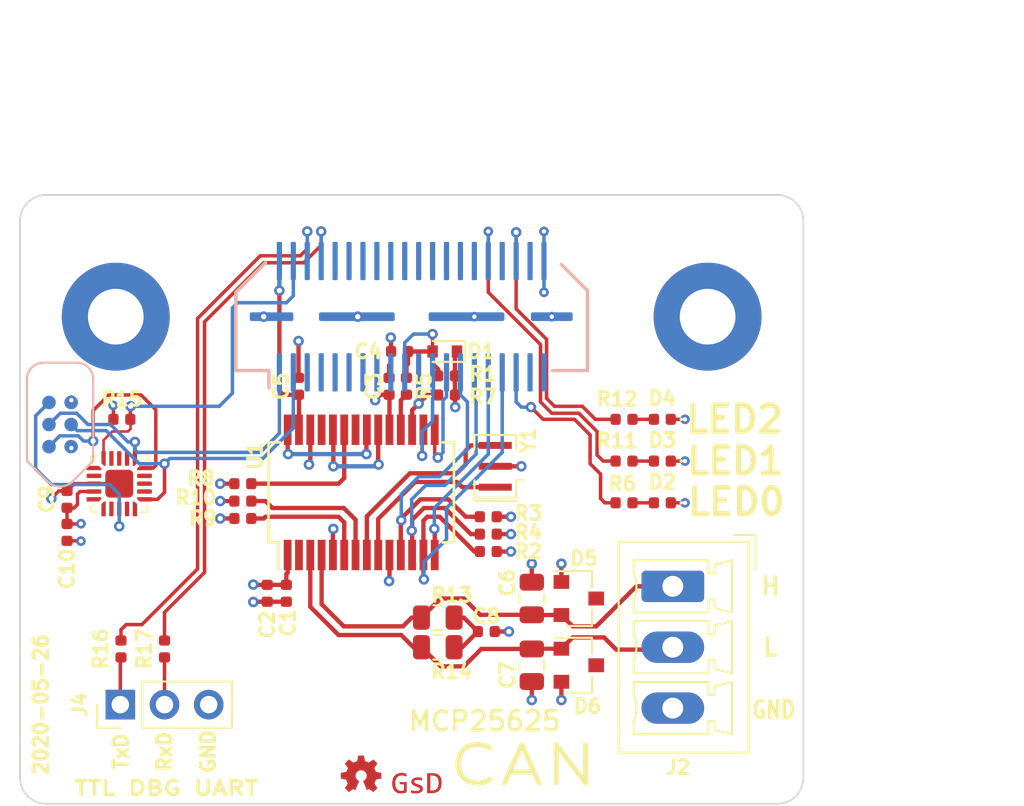
<source format=kicad_pcb>
(kicad_pcb (version 20221018) (generator pcbnew)
  (title_block (title "CAN Breakout") (date "2020-05-26") (rev "r1.0") (comment 1 "SYZYGY Pod"))
  (layers (0 "F.Cu" signal) (1 "In1.Cu" power) (2 "In2.Cu" signal) (31 "B.Cu" signal) (34 "B.Paste" user) (35 "F.Paste" user) (36 "B.SilkS" user "B.Silkscreen") (37 "F.SilkS" user "F.Silkscreen") (38 "B.Mask" user) (39 "F.Mask" user) (44 "Edge.Cuts" user))
  (net 0 "")
  (net 1 "GND")
  (net 2 "+3V3")
  (net 3 "/Peripheral MCU/MISO")
  (net 4 "/Peripheral MCU/~{RESET}")
  (net 5 "/SCL")
  (net 6 "/SDA")
  (net 7 "/RGA")
  (net 8 "Net-(D1-Pad2)")
  (net 9 "Net-(D2-Pad2)")
  (net 10 "Net-(D3-Pad2)")
  (net 11 "/LED0")
  (net 12 "/LED1")
  (net 13 "/LED2")
  (net 14 "/~{RESET}")
  (net 15 "+5V")
  (net 16 "Net-(C6-Pad1)")
  (net 17 "Net-(C7-Pad2)")
  (net 18 "Net-(C8-Pad1)")
  (net 19 "/SCK")
  (net 20 "/MOSI")
  (net 21 "/MISO")
  (net 22 "/CS")
  (net 23 "/Rx0BF")
  (net 24 "/Rx1BF")
  (net 25 "/~{INT}")
  (net 26 "Net-(R6-Pad1)")
  (net 27 "Net-(R8-Pad1)")
  (net 28 "Net-(R9-Pad1)")
  (net 29 "Net-(R10-Pad1)")
  (net 30 "Net-(U2-Pad21)")
  (net 31 "Net-(U2-Pad20)")
  (net 32 "Net-(U2-Pad9)")
  (net 33 "Net-(U2-Pad8)")
  (net 34 "/TxD")
  (net 35 "/RxD")
  (net 36 "Net-(J4-Pad2)")
  (net 37 "Net-(J4-Pad1)")
  (footprint "Package_DFN_QFN:QFN-20-1EP_3x3mm_P0.45mm_EP1.6x1.6mm" (layer "F.Cu") (at 113.2 97.8 -90)
    (fp_text reference "U2" hide)
    (fp_text value "ATtiny44A-MMH" hide)
  )
  (footprint "Resistor_SMD:R_0402_1005Metric" (layer "F.Cu") (at 113.35 94.1)
    (fp_text reference "R15")
    (fp_text value "10K")
  )
  (footprint "Capacitor_SMD:C_0402_1005Metric" (layer "F.Cu") (at 110.2 98.7 90)
    (fp_text reference "C9")
    (fp_text value "0.1uF")
  )
  (footprint "Capacitor_SMD:C_0402_1005Metric" (layer "F.Cu") (at 110.2 100.6 -90)
    (fp_text reference "C10")
    (fp_text value "1uF")
  )
  (footprint "Resistor_SMD:R_0402_1005Metric" (layer "F.Cu") (at 142.2 98.9)
    (fp_text reference "R6")
    (fp_text value "1k")
  )
  (footprint "Capacitor_SMD:C_0402_1005Metric" (layer "F.Cu") (at 134.285 106.3)
    (fp_text reference "C8")
    (fp_text value "4.7nF")
  )
  (footprint "LED_SMD:LED_0402_1005Metric" (layer "F.Cu") (at 144.4 96.5 180)
    (fp_text reference "D3")
    (fp_text value "LED_ALT")
  )
  (footprint "Resistor_SMD:R_0402_1005Metric" (layer "F.Cu") (at 120.3 99.8 180)
    (fp_text reference "R9")
    (fp_text value "100k")
  )
  (footprint "Resistor_SMD:R_0402_1005Metric" (layer "F.Cu") (at 120.3 98.8 180)
    (fp_text reference "R10")
    (fp_text value "100k")
  )
  (footprint "Resistor_SMD:R_0402_1005Metric" (layer "F.Cu") (at 134.4 101.7)
    (fp_text reference "R2")
    (fp_text value "100k")
  )
  (footprint "Package_TO_SOT_SMD:SOT-23" (layer "F.Cu") (at 139.6 108.2375)
    (fp_text reference "D6")
    (fp_text value "D_Zener_x2_KCom_AAK")
  )
  (footprint "Connector_Phoenix_MC:PhoenixContact_MCV_1,5_3-G-3.5_1x03_P3.50mm_Vertical" (layer "F.Cu") (at 145 103.7 -90)
    (fp_text reference "J2")
    (fp_text value "Conn_01x03_Male")
  )
  (footprint "Resistor_SMD:R_0402_1005Metric" (layer "F.Cu") (at 142.2 96.5)
    (fp_text reference "R11")
    (fp_text value "1k")
  )
  (footprint "Resistor_SMD:R_0805_2012Metric" (layer "F.Cu") (at 131.5 105.5)
    (fp_text reference "R13")
    (fp_text value "60.4R")
  )
  (footprint "Capacitor_SMD:C_0402_1005Metric" (layer "F.Cu") (at 121.7 104.1 -90)
    (fp_text reference "C2")
    (fp_text value "0.1uF")
  )
  (footprint "Capacitor_SMD:C_0402_1005Metric" (layer "F.Cu") (at 128.7 92.2 90)
    (fp_text reference "C3")
    (fp_text value "0.1uF")
  )
  (footprint "Resistor_SMD:R_0402_1005Metric" (layer "F.Cu") (at 134.4 99.7)
    (fp_text reference "R3")
    (fp_text value "100k")
  )
  (footprint "Capacitor_SMD:C_0805_2012Metric" (layer "F.Cu") (at 136.9 108.2375 90)
    (fp_text reference "C7")
    (fp_text value "47pF")
  )
  (footprint "Capacitor_SMD:C_0805_2012Metric" (layer "F.Cu") (at 136.9 104.4 90)
    (fp_text reference "C6")
    (fp_text value "47pF")
  )
  (footprint "Resistor_SMD:R_0402_1005Metric" (layer "F.Cu") (at 120.3 97.8 180)
    (fp_text reference "R8")
    (fp_text value "100k")
  )
  (footprint "gkl_logos:gsd_logo_small" (layer "F.Cu") (at 130.3 115.1)
    (fp_text reference "G***" hide)
    (fp_text value "LOGO" hide)
  )
  (footprint "LED_SMD:LED_0402_1005Metric" (layer "F.Cu") (at 144.4 98.9 180)
    (fp_text reference "D2")
    (fp_text value "LED_ALT")
  )
  (footprint "Resistor_SMD:R_0402_1005Metric" (layer "F.Cu") (at 115.8 107.3 90)
    (fp_text reference "R17")
    (fp_text value "1k")
  )
  (footprint "Capacitor_SMD:C_0402_1005Metric" (layer "F.Cu") (at 123.5 92.2 90)
    (fp_text reference "C5")
    (fp_text value "0.1uF")
  )
  (footprint "Resistor_SMD:R_0402_1005Metric" (layer "F.Cu") (at 132 92.7)
    (fp_text reference "R7")
    (fp_text value "100k")
  )
  (footprint "Resistor_SMD:R_0402_1005Metric" (layer "F.Cu") (at 132 91.6)
    (fp_text reference "R1")
    (fp_text value "10k")
  )
  (footprint "Connector_PinHeader_2.54mm:PinHeader_1x03_P2.54mm_Vertical" (layer "F.Cu") (at 113.26 110.5 90)
    (fp_text reference "J4")
    (fp_text value "Conn_01x03_Male")
  )
  (footprint "Crystal:Resonator_SMD_muRata_CSTxExxV-3Pin_3.0x1.1mm" (layer "F.Cu") (at 134.8 96.8 90)
    (fp_text reference "Y1")
    (fp_text value "CSTCE20M0V13L99-R0")
  )
  (footprint "Resistor_SMD:R_0805_2012Metric" (layer "F.Cu") (at 131.5 107.2 180)
    (fp_text reference "R14")
    (fp_text value "60.4R")
  )
  (footprint "Resistor_SMD:R_0402_1005Metric" (layer "F.Cu") (at 129.7 92.2 90)
    (fp_text reference "R5")
    (fp_text value "1k")
  )
  (footprint "Resistor_SMD:R_0402_1005Metric" (layer "F.Cu") (at 134.4 100.7)
    (fp_text reference "R4")
    (fp_text value "100k")
  )
  (footprint "Diode_SMD:D_SOD-523" (layer "F.Cu") (at 131.9 90.2 180)
    (fp_text reference "D1")
    (fp_text value "D_Schottky_ALT")
  )
  (footprint "Capacitor_SMD:C_0402_1005Metric" (layer "F.Cu") (at 129.3 90.2 180)
    (fp_text reference "C4")
    (fp_text value "0.01uF")
  )
  (footprint "LED_SMD:LED_0402_1005Metric" (layer "F.Cu") (at 144.4 94.1 180)
    (fp_text reference "D4")
    (fp_text value "LED_ALT")
  )
  (footprint "Resistor_SMD:R_0402_1005Metric" (layer "F.Cu") (at 113.3 107.3 90)
    (fp_text reference "R16")
    (fp_text value "1k")
  )
  (footprint "Resistor_SMD:R_0402_1005Metric" (layer "F.Cu") (at 142.2 94.1)
    (fp_text reference "R12")
    (fp_text value "1k")
  )
  (footprint "Capacitor_SMD:C_0402_1005Metric" (layer "F.Cu") (at 122.8 104.1 -90)
    (fp_text reference "C1")
    (fp_text value "1uF")
  )
  (footprint "Package_SO:SSOP-28_5.3x10.2mm_P0.65mm" (layer "F.Cu") (at 127.1 98.3 90)
    (fp_text reference "U1")
    (fp_text value "MCP25625-x-SS")
  )
  (footprint "Package_TO_SOT_SMD:SOT-23" (layer "F.Cu") (at 139.6 104.4)
    (fp_text reference "D5")
    (fp_text value "D_Zener_x2_KCom_AAK")
  )
  (footprint "gkl_logos:oshw_small" (layer "F.Cu") (at 127.1 114.5)
    (fp_text reference "G***" hide)
    (fp_text value "LOGO" hide)
  )
  (footprint "gkl_conn:SYZYGY_standard_pod" (layer "B.Cu") (at 130 88.2 180)
    (fp_text reference "J1" hide)
    (fp_text value "SYZYGY-STD" hide)
  )
  (footprint "pkl_tag_connect:TC2030-NL_SMALL" (layer "B.Cu") (at 109.8 94.4 90)
    (fp_text reference "J3")
    (fp_text value "TagConnect")
  )
  (gr_line (start 151 116.2) (end 109 116.2) (stroke (width 0.1)) (layer "Edge.Cuts"))
  (gr_line (start 109 81.2) (end 151 81.2) (stroke (width 0.1)) (layer "Edge.Cuts"))
  (gr_line (start 107.5 114.7) (end 107.5 82.7) (stroke (width 0.1)) (layer "Edge.Cuts"))
  (gr_arc (start 107.5 82.7) (mid 107.93934 81.63934) (end 109 81.2) (stroke (width 0.1)) (layer "Edge.Cuts"))
  (gr_arc (start 109 116.2) (mid 107.93934 115.76066) (end 107.5 114.7) (stroke (width 0.1)) (layer "Edge.Cuts"))
  (gr_line (start 152.5 82.7) (end 152.5 114.7) (stroke (width 0.1)) (layer "Edge.Cuts"))
  (gr_arc (start 152.5 114.7) (mid 152.06066 115.76066) (end 151 116.2) (stroke (width 0.1)) (layer "Edge.Cuts"))
  (gr_arc (start 151 81.2) (mid 152.06066 81.63934) (end 152.5 82.7) (stroke (width 0.1)) (layer "Edge.Cuts"))
  (gr_text "L\n" (at 150.6 107.2) (layer "F.SilkS") (effects (font (size 1 1) (thickness 0.2))))
  (gr_text "GND" (at 150.8 110.8) (layer "F.SilkS") (effects (font (size 1 0.8) (thickness 0.2))))
  (gr_text "TTL DBG UART" (at 115.9 115.3) (layer "F.SilkS") (effects (font (size 0.8 1) (thickness 0.2))))
  (gr_text "LED1" (at 148.6 96.5) (layer "F.SilkS") (effects (font (size 1.5 1.5) (thickness 0.3))))
  (gr_text "TxD" (at 113.3 113.2 90) (layer "F.SilkS") (effects (font (size 0.8 0.8) (thickness 0.2))))
  (gr_text "GND" (at 118.3 113.2 90) (layer "F.SilkS") (effects (font (size 0.8 0.8) (thickness 0.2))))
  (gr_text "LED0" (at 148.65 98.85) (layer "F.SilkS") (effects (font (size 1.5 1.5) (thickness 0.3))))
  (gr_text "H" (at 150.6 103.7) (layer "F.SilkS") (effects (font (size 1 1) (thickness 0.2))))
  (gr_text "RxD\n" (at 115.8 113.2 90) (layer "F.SilkS") (effects (font (size 0.8 0.8) (thickness 0.2))))
  (gr_text "2020-05-26" (at 108.7 110.5 90) (layer "F.SilkS") (effects (font (size 0.8 0.8) (thickness 0.2))))
  (gr_text "CAN" (at 136.4 114) (layer "F.SilkS") (effects (font (size 2.2 2.959) (thickness 0.3))))
  (gr_text "LED2" (at 148.55 94.1) (layer "F.SilkS") (effects (font (size 1.5 1.5) (thickness 0.3))))
  (gr_text "MCP25625" (at 134.2 111.45) (layer "F.SilkS") (effects (font (size 1.1 1.1) (thickness 0.2))))
  (segment (start 125.475 101.9) (end 125.475 100.425) (width 0.25) (layer "F.Cu") (net 1))
  (segment (start 128.815 90.2) (end 128.815 89.415) (width 0.25) (layer "F.Cu") (net 1))
  (segment (start 136.9 109.175) (end 136.9 110.2375) (width 0.25) (layer "F.Cu") (net 1))
  (segment (start 138.6 103.45) (end 138.6 102.4) (width 0.25) (layer "F.Cu") (net 1))
  (segment (start 138.6 109.1875) (end 138.6 110.2375) (width 0.25) (layer "F.Cu") (net 1))
  (segment (start 110.2 101.085) (end 110.985 101.085) (width 0.2) (layer "F.Cu") (net 1))
  (segment (start 134.8 96.8) (end 136.3 96.8) (width 0.25) (layer "F.Cu") (net 1))
  (segment (start 144.885 98.9) (end 145.7 98.9) (width 0.2) (layer "F.Cu") (net 1))
  (segment (start 111.75 97.8) (end 110.615 97.8) (width 0.2) (layer "F.Cu") (net 1))
  (segment (start 144.885 96.5) (end 145.7 96.5) (width 0.2) (layer "F.Cu") (net 1))
  (segment (start 110.985 101.085) (end 111 101.1) (width 0.2) (layer "F.Cu") (net 1))
  (segment (start 121.7 104.585) (end 120.915 104.585) (width 0.25) (layer "F.Cu") (net 1))
  (segment (start 120.915 104.585) (end 120.9 104.6) (width 0.25) (layer "F.Cu") (net 1))
  (segment (start 124.175 96.625) (end 124.1 96.7) (width 0.25) (layer "F.Cu") (net 1))
  (segment (start 128.7 91) (end 128.815 90.885) (width 0.25) (layer "F.Cu") (net 1))
  (segment (start 109.735 98.215) (end 109.3 98.65) (width 0.2) (layer "F.Cu") (net 1))
  (segment (start 124.175 94.7) (end 124.175 96.625) (width 0.25) (layer "F.Cu") (net 1))
  (segment (start 128.815 89.415) (end 128.8 89.4) (width 0.25) (layer "F.Cu") (net 1))
  (segment (start 125.475 100.425) (end 125.5 100.4) (width 0.25) (layer "F.Cu") (net 1))
  (segment (start 123.5 91.715) (end 123.5 89.6) (width 0.25) (layer "F.Cu") (net 1))
  (segment (start 122.8 104.585) (end 121.7 104.585) (width 0.25) (layer "F.Cu") (net 1))
  (segment (start 144.885 94.1) (end 145.7 94.1) (width 0.2) (layer "F.Cu") (net 1))
  (segment (start 110.2 98.215) (end 109.735 98.215) (width 0.2) (layer "F.Cu") (net 1))
  (segment (start 110.615 97.8) (end 110.2 98.215) (width 0.2) (layer "F.Cu") (net 1))
  (segment (start 134.77 106.3) (end 135.585 106.3) (width 0.25) (layer "F.Cu") (net 1))
  (segment (start 128.725 101.9) (end 128.725 103.375) (width 0.25) (layer "F.Cu") (net 1))
  (segment (start 128.815 90.885) (end 128.815 90.2) (width 0.25) (layer "F.Cu") (net 1))
  (segment (start 128.7 91.715) (end 128.7 91) (width 0.25) (layer "F.Cu") (net 1))
  (segment (start 136.9 103.4625) (end 136.9 102.4) (width 0.25) (layer "F.Cu") (net 1))
  (segment (start 113.2 97.8) (end 111.75 97.8) (width 0.2) (layer "F.Cu") (net 1))
  (segment (start 128.725 103.375) (end 128.7 103.4) (width 0.25) (layer "F.Cu") (net 1))
  (via (at 109.3 98.65) (size 0.6) (drill 0.3) (layers "F.Cu" "B.Cu") (net 1))
  (via (at 135.585 106.3) (size 0.6) (drill 0.3) (layers "F.Cu" "B.Cu") (net 1))
  (via (at 128.8 89.4) (size 0.6) (drill 0.3) (layers "F.Cu" "B.Cu") (net 1))
  (via (at 111 101.1) (size 0.55) (drill 0.25) (layers "F.Cu" "B.Cu") (net 1))
  (via (at 125.5 100.4) (size 0.6) (drill 0.3) (layers "F.Cu" "B.Cu") (net 1))
  (via (at 128.7 103.4) (size 0.6) (drill 0.3) (layers "F.Cu" "B.Cu") (net 1))
  (via (at 145.7 96.5) (size 0.55) (drill 0.25) (layers "F.Cu" "B.Cu") (net 1))
  (via (at 110.45 93) (size 0.55) (drill 0.25) (layers "F.Cu" "B.Cu") (net 1))
  (via (at 136.3 96.8) (size 0.6) (drill 0.3) (layers "F.Cu" "B.Cu") (net 1))
  (via (at 120.9 104.6) (size 0.6) (drill 0.3) (layers "F.Cu" "B.Cu") (net 1))
  (via (at 138.6 110.2375) (size 0.6) (drill 0.3) (layers "F.Cu" "B.Cu") (net 1))
  (via (at 145.7 98.9) (size 0.55) (drill 0.25) (layers "F.Cu" "B.Cu") (net 1))
  (via (at 133.6 88.2) (size 0.55) (drill 0.25) (layers "F.Cu" "B.Cu") (net 1))
  (via (at 123.5 89.6) (size 0.6) (drill 0.3) (layers "F.Cu" "B.Cu") (net 1))
  (via (at 124.1 96.7) (size 0.6) (drill 0.3) (layers "F.Cu" "B.Cu") (net 1))
  (via (at 121.5 88.2) (size 0.6) (drill 0.3) (layers "F.Cu" "B.Cu") (net 1))
  (via (at 136.9 102.4) (size 0.6) (drill 0.3) (layers "F.Cu" "B.Cu") (net 1))
  (via (at 138.05 88.2) (size 0.55) (drill 0.25) (layers "F.Cu" "B.Cu") (net 1))
  (via (at 126.9 88.2) (size 0.6) (drill 0.3) (layers "F.Cu" "B.Cu") (net 1))
  (via (at 136.9 110.2375) (size 0.6) (drill 0.3) (layers "F.Cu" "B.Cu") (net 1))
  (via (at 145.7 94.1) (size 0.55) (drill 0.25) (layers "F.Cu" "B.Cu") (net 1))
  (via (at 138.6 102.4) (size 0.6) (drill 0.3) (layers "F.Cu" "B.Cu") (net 1))
  (segment (start 110.435 93.015) (end 110.45 93) (width 0.2) (layer "B.Cu") (net 1))
  (segment (start 126.85 88.2) (end 126.9 88.2) (width 0.25) (layer "B.Cu") (net 1))
  (segment (start 110.435 93.13) (end 110.435 93.015) (width 0.2) (layer "B.Cu") (net 1))
  (segment (start 121.95 88.2) (end 121.5 88.2) (width 0.25) (layer "B.Cu") (net 1))
  (segment (start 134.885 100.7) (end 135.7 100.7) (width 0.25) (layer "F.Cu") (net 2))
  (segment (start 121.7 103.615) (end 120.915 103.615) (width 0.25) (layer "F.Cu") (net 2))
  (segment (start 111.75 98.25) (end 110.95 98.25) (width 0.2) (layer "F.Cu") (net 2))
  (segment (start 134.885 101.7) (end 135.7 101.7) (width 0.25) (layer "F.Cu") (net 2))
  (segment (start 122.875 101.9) (end 122.875 102.925) (width 0.25) (layer "F.Cu") (net 2))
  (segment (start 132.485 91.6) (end 132.485 90.315) (width 0.25) (layer "F.Cu") (net 2))
  (segment (start 112.865 93.315) (end 112.85 93.3) (width 0.2) (layer "F.Cu") (net 2))
  (segment (start 110.2 100.115) (end 110.985 100.115) (width 0.2) (layer "F.Cu") (net 2))
  (segment (start 122.8 103) (end 122.8 103.615) (width 0.25) (layer "F.Cu") (net 2))
  (segment (start 132.485 93.385) (end 132.5 93.4) (width 0.25) (layer "F.Cu") (net 2))
  (segment (start 134.885 99.7) (end 135.7 99.7) (width 0.25) (layer "F.Cu") (net 2))
  (segment (start 122.875 102.925) (end 122.8 103) (width 0.25) (layer "F.Cu") (net 2))
  (segment (start 128.7 92.685) (end 128.215 92.685) (width 0.25) (layer "F.Cu") (net 2))
  (segment (start 110.95 98.25) (end 110.8 98.4) (width 0.2) (layer "F.Cu") (net 2))
  (segment (start 110.6 99.2) (end 110.2 99.2) (width 0.2) (layer "F.Cu") (net 2))
  (segment (start 110.8 99) (end 110.6 99.2) (width 0.2) (layer "F.Cu") (net 2))
  (segment (start 119.815 97.8) (end 119 97.8) (width 0.25) (layer "F.Cu") (net 2))
  (segment (start 110.2 100.1) (end 110.2 99.2) (width 0.2) (layer "F.Cu") (net 2))
  (segment (start 119.815 98.8) (end 119 98.8) (width 0.25) (layer "F.Cu") (net 2))
  (segment (start 112.865 94.1) (end 112.865 93.315) (width 0.2) (layer "F.Cu") (net 2))
  (segment (start 119.815 99.8) (end 119 99.8) (width 0.25) (layer "F.Cu") (net 2))
  (segment (start 120.915 103.615) (end 120.9 103.6) (width 0.25) (layer "F.Cu") (net 2))
  (segment (start 128.725 94.7) (end 128.725 92.71) (width 0.25) (layer "F.Cu") (net 2))
  (segment (start 122.8 103.615) (end 121.7 103.615) (width 0.25) (layer "F.Cu") (net 2))
  (segment (start 132.485 92.7) (end 132.485 93.385) (width 0.25) (layer "F.Cu") (net 2))
  (segment (start 128.725 92.71) (end 128.7 92.685) (width 0.25) (layer "F.Cu") (net 2))
  (segment (start 110.8 98.4) (end 110.8 99) (width 0.2) (layer "F.Cu") (net 2))
  (segment (start 128.215 92.685) (end 127.9 93) (width 0.25) (layer "F.Cu") (net 2))
  (segment (start 110.985 100.115) (end 111 100.1) (width 0.2) (layer "F.Cu") (net 2))
  (segment (start 132.485 92.7) (end 132.485 91.6) (width 0.25) (layer "F.Cu") (net 2))
  (segment (start 132.485 90.315) (end 132.6 90.2) (width 0.25) (layer "F.Cu") (net 2))
  (via (at 127.9 93) (size 0.6) (drill 0.3) (layers "F.Cu" "B.Cu") (net 2))
  (via (at 120.9 103.6) (size 0.6) (drill 0.3) (layers "F.Cu" "B.Cu") (net 2))
  (via (at 137.6 86.8) (size 0.55) (drill 0.25) (layers "F.Cu" "B.Cu") (net 2))
  (via (at 119 98.8) (size 0.6) (drill 0.3) (layers "F.Cu" "B.Cu") (net 2))
  (via (at 111 100.1) (size 0.55) (drill 0.25) (layers "F.Cu" "B.Cu") (net 2))
  (via (at 112.85 93.3) (size 0.55) (drill 0.25) (layers "F.Cu" "B.Cu") (net 2))
  (via (at 137.6 83.3) (size 0.55) (drill 0.25) (layers "F.Cu" "B.Cu") (net 2))
  (via (at 119 97.8) (size 0.6) (drill 0.3) (layers "F.Cu" "B.Cu") (net 2))
  (via (at 119 99.8) (size 0.6) (drill 0.3) (layers "F.Cu" "B.Cu") (net 2))
  (via (at 110.45 95.75) (size 0.55) (drill 0.25) (layers "F.Cu" "B.Cu") (net 2))
  (via (at 135.7 100.7) (size 0.6) (drill 0.3) (layers "F.Cu" "B.Cu") (net 2))
  (via (at 135.7 101.7) (size 0.6) (drill 0.3) (layers "F.Cu" "B.Cu") (net 2))
  (via (at 135.7 99.7) (size 0.6) (drill 0.3) (layers "F.Cu" "B.Cu") (net 2))
  (via (at 132.5 93.4) (size 0.6) (drill 0.3) (layers "F.Cu" "B.Cu") (net 2))
  (segment (start 137.6 85) (end 137.6 83.3) (width 0.2) (layer "B.Cu") (net 2))
  (segment (start 110.435 95.735) (end 110.45 95.75) (width 0.2) (layer "B.Cu") (net 2))
  (segment (start 137.6 85) (end 137.6 86.8) (width 0.2) (layer "B.Cu") (net 2))
  (segment (start 110.435 95.67) (end 110.435 95.735) (width 0.2) (layer "B.Cu") (net 2))
  (segment (start 112.6 92.7) (end 111.7 93.6) (width 0.2) (layer "F.Cu") (net 3))
  (segment (start 115.3 93.55) (end 114.45 92.7) (width 0.2) (layer "F.Cu") (net 3))
  (segment (start 111.7 93.6) (end 111.7 95.35) (width 0.2) (layer "F.Cu") (net 3))
  (segment (start 115.3 96.75) (end 115.3 93.55) (width 0.2) (layer "F.Cu") (net 3))
  (segment (start 115.15 96.9) (end 115.3 96.75) (width 0.2) (layer "F.Cu") (net 3))
  (segment (start 114.65 96.9) (end 115.15 96.9) (width 0.2) (layer "F.Cu") (net 3))
  (segment (start 114.45 92.7) (end 112.6 92.7) (width 0.2) (layer "F.Cu") (net 3))
  (via (at 111.7 95.35) (size 0.6) (drill 0.3) (layers "F.Cu" "B.Cu") (net 3))
  (segment (start 111.15 95.35) (end 110.85 95.05) (width 0.2) (layer "B.Cu") (net 3))
  (segment (start 111.7 95.35) (end 111.15 95.35) (width 0.2) (layer "B.Cu") (net 3))
  (segment (start 109.785 95.05) (end 109.165 95.67) (width 0.2) (layer "B.Cu") (net 3))
  (segment (start 110.85 95.05) (end 109.785 95.05) (width 0.2) (layer "B.Cu") (net 3))
  (segment (start 113.2 100.25) (end 113.2 99.25) (width 0.2) (layer "F.Cu") (net 4))
  (via (at 113.2 100.25) (size 0.6) (drill 0.3) (layers "F.Cu" "B.Cu") (net 4))
  (segment (start 108.4 93.895) (end 108.4 96.95) (width 0.2) (layer "B.Cu") (net 4))
  (segment (start 112.65 97.85) (end 113.2 98.4) (width 0.2) (layer "B.Cu") (net 4))
  (segment (start 108.4 96.95) (end 109.3 97.85) (width 0.2) (layer "B.Cu") (net 4))
  (segment (start 113.2 98.4) (end 113.2 100.25) (width 0.2) (layer "B.Cu") (net 4))
  (segment (start 109.165 93.13) (end 108.4 93.895) (width 0.2) (layer "B.Cu") (net 4))
  (segment (start 109.3 97.85) (end 112.65 97.85) (width 0.2) (layer "B.Cu") (net 4))
  (segment (start 114.1 95.4) (end 114.1 96.35) (width 0.2) (layer "F.Cu") (net 5))
  (via (at 114.1 95.4) (size 0.6) (drill 0.3) (layers "F.Cu" "B.Cu") (net 5))
  (segment (start 120 96) (end 114.25 96) (width 0.2) (layer "B.Cu") (net 5))
  (segment (start 121.3 96) (end 122.4 94.9) (width 0.2) (layer "B.Cu") (net 5))
  (segment (start 114.25 96) (end 114.1 95.85) (width 0.2) (layer "B.Cu") (net 5))
  (segment (start 114.1 95.85) (end 114.1 95.4) (width 0.2) (layer "B.Cu") (net 5))
  (segment (start 112.7 94.4) (end 113.7 95.4) (width 0.2) (layer "B.Cu") (net 5))
  (segment (start 110.75 93.75) (end 111.4 94.4) (width 0.2) (layer "B.Cu") (net 5))
  (segment (start 109.815 93.75) (end 110.75 93.75) (width 0.2) (layer "B.Cu") (net 5))
  (segment (start 122.4 94.9) (end 122.4 91.4) (width 0.2) (layer "B.Cu") (net 5))
  (segment (start 111.4 94.4) (end 112.7 94.4) (width 0.2) (layer "B.Cu") (net 5))
  (segment (start 120 96) (end 121.3 96) (width 0.2) (layer "B.Cu") (net 5))
  (segment (start 109.165 94.4) (end 109.815 93.75) (width 0.2) (layer "B.Cu") (net 5))
  (segment (start 113.7 95.4) (end 114.1 95.4) (width 0.2) (layer "B.Cu") (net 5))
  (segment (start 115.8 96.65) (end 115.8 98.3) (width 0.2) (layer "F.Cu") (net 6))
  (segment (start 115.8 98.3) (end 115.4 98.7) (width 0.2) (layer "F.Cu") (net 6))
  (segment (start 115.4 98.7) (end 114.65 98.7) (width 0.2) (layer "F.Cu") (net 6))
  (via (at 115.8 96.65) (size 0.6) (drill 0.3) (layers "F.Cu" "B.Cu") (net 6))
  (segment (start 121.45 96.35) (end 123.2 94.6) (width 0.2) (layer "B.Cu") (net 6))
  (segment (start 114.35 96.65) (end 112.449989 94.749989) (width 0.2) (layer "B.Cu") (net 6))
  (segment (start 120.3 96.35) (end 121.45 96.35) (width 0.2) (layer "B.Cu") (net 6))
  (segment (start 115.8 96.65) (end 114.35 96.65) (width 0.2) (layer "B.Cu") (net 6))
  (segment (start 116.1 96.35) (end 115.8 96.65) (width 0.2) (layer "B.Cu") (net 6))
  (segment (start 110.784989 94.749989) (end 110.435 94.4) (width 0.2) (layer "B.Cu") (net 6))
  (segment (start 112.449989 94.749989) (end 110.784989 94.749989) (width 0.2) (layer "B.Cu") (net 6))
  (segment (start 123.2 94.6) (end 123.2 91.4) (width 0.2) (layer "B.Cu") (net 6))
  (segment (start 120.3 96.35) (end 116.1 96.35) (width 0.2) (layer "B.Cu") (net 6))
  (segment (start 113.835 93.365) (end 113.85 93.35) (width 0.2) (layer "F.Cu") (net 7))
  (segment (start 113.7 94.8) (end 113.85 94.65) (width 0.15) (layer "F.Cu") (net 7))
  (segment (start 112.8 94.8) (end 113.7 94.8) (width 0.15) (layer "F.Cu") (net 7))
  (segment (start 113.85 94.65) (end 113.85 94.1) (width 0.15) (layer "F.Cu") (net 7))
  (segment (start 113.835 94.1) (end 113.835 93.365) (width 0.2) (layer "F.Cu") (net 7))
  (segment (start 112.3 96.35) (end 112.3 95.3) (width 0.15) (layer "F.Cu") (net 7))
  (segment (start 112.3 95.3) (end 112.8 94.8) (width 0.15) (layer "F.Cu") (net 7))
  (via (at 113.85 93.35) (size 0.6) (drill 0.3) (layers "F.Cu" "B.Cu") (net 7))
  (segment (start 122.8 87.4) (end 123.2 87) (width 0.2) (layer "B.Cu") (net 7))
  (segment (start 118.95 93.35) (end 119.7 92.6) (width 0.2) (layer "B.Cu") (net 7))
  (segment (start 119.7 92.6) (end 119.7 87.7) (width 0.2) (layer "B.Cu") (net 7))
  (segment (start 113.85 93.35) (end 118.95 93.35) (width 0.2) (layer "B.Cu") (net 7))
  (segment (start 123.2 87) (end 123.2 85) (width 0.2) (layer "B.Cu") (net 7))
  (segment (start 120 87.4) (end 122.8 87.4) (width 0.2) (layer "B.Cu") (net 7))
  (segment (start 119.7 87.7) (end 120 87.4) (width 0.2) (layer "B.Cu") (net 7))
  (segment (start 142.685 98.9) (end 143.915 98.9) (width 0.2) (layer "F.Cu") (net 8))
  (segment (start 143.915 96.5) (end 142.685 96.5) (width 0.2) (layer "F.Cu") (net 9))
  (segment (start 143.915 94.1) (end 142.685 94.1) (width 0.2) (layer "F.Cu") (net 10))
  (segment (start 140.25 96.65) (end 140.25 96.1) (width 0.2) (layer "F.Cu") (net 11))
  (segment (start 137.55 94.1) (end 136.85 93.4) (width 0.2) (layer "F.Cu") (net 11))
  (segment (start 140.7 97.1) (end 140.25 96.65) (width 0.2) (layer "F.Cu") (net 11))
  (segment (start 140.85 98.65) (end 140.85 97.25) (width 0.2) (layer "F.Cu") (net 11))
  (segment (start 140.25 96.1) (end 140.25 95) (width 0.2) (layer "F.Cu") (net 11))
  (segment (start 140.85 97.25) (end 140.7 97.1) (width 0.2) (layer "F.Cu") (net 11))
  (segment (start 141.715 98.9) (end 141.1 98.9) (width 0.2) (layer "F.Cu") (net 11))
  (segment (start 140.25 95) (end 139.35 94.1) (width 0.2) (layer "F.Cu") (net 11))
  (segment (start 139.35 94.1) (end 137.55 94.1) (width 0.2) (layer "F.Cu") (net 11))
  (segment (start 141.1 98.9) (end 140.85 98.65) (width 0.2) (layer "F.Cu") (net 11))
  (via (at 136.85 93.4) (size 0.6) (drill 0.3) (layers "F.Cu" "B.Cu") (net 11))
  (segment (start 136.3 93.4) (end 136 93.1) (width 0.2) (layer "B.Cu") (net 11))
  (segment (start 136.85 93.4) (end 136.3 93.4) (width 0.2) (layer "B.Cu") (net 11))
  (segment (start 136 93.1) (end 136 91.4) (width 0.2) (layer "B.Cu") (net 11))
  (segment (start 138.05 93.75) (end 137.4 93.1) (width 0.2) (layer "F.Cu") (net 12))
  (segment (start 141.715 96.5) (end 141 96.5) (width 0.2) (layer "F.Cu") (net 12))
  (segment (start 139.6 93.75) (end 138.05 93.75) (width 0.2) (layer "F.Cu") (net 12))
  (segment (start 137.4 89.8) (end 134.4 86.8) (width 0.2) (layer "F.Cu") (net 12))
  (segment (start 137.4 93.1) (end 137.4 89.8) (width 0.2) (layer "F.Cu") (net 12))
  (segment (start 141 96.5) (end 140.65 96.15) (width 0.2) (layer "F.Cu") (net 12))
  (segment (start 140.65 94.8) (end 139.6 93.75) (width 0.2) (layer "F.Cu") (net 12))
  (segment (start 140.65 96.15) (end 140.65 94.8) (width 0.2) (layer "F.Cu") (net 12))
  (segment (start 134.4 86.8) (end 134.4 83.3) (width 0.2) (layer "F.Cu") (net 12))
  (via (at 134.4 83.3) (size 0.55) (drill 0.25) (layers "F.Cu" "B.Cu") (net 12))
  (segment (start 134.4 83.3) (end 134.4 85) (width 0.2) (layer "B.Cu") (net 12))
  (segment (start 136 87.75) (end 136.2 87.95) (width 0.2) (layer "F.Cu") (net 13))
  (segment (start 140.55 94.1) (end 139.8 93.35) (width 0.2) (layer "F.Cu") (net 13))
  (segment (start 141.715 94.1) (end 140.55 94.1) (width 0.2) (layer "F.Cu") (net 13))
  (segment (start 136 83.35) (end 136 87.75) (width 0.2) (layer "F.Cu") (net 13))
  (segment (start 137.75 89.5) (end 136.2 87.95) (width 0.2) (layer "F.Cu") (net 13))
  (segment (start 139.8 93.35) (end 138.2 93.35) (width 0.2) (layer "F.Cu") (net 13))
  (segment (start 138.2 93.35) (end 137.75 92.9) (width 0.2) (layer "F.Cu") (net 13))
  (segment (start 137.75 92.9) (end 137.75 89.5) (width 0.2) (layer "F.Cu") (net 13))
  (via (at 136 83.35) (size 0.6) (drill 0.3) (layers "F.Cu" "B.Cu") (net 13))
  (segment (start 136 85) (end 136 83.35) (width 0.2) (layer "B.Cu") (net 13))
  (segment (start 129.7 91.715) (end 129.7 91) (width 0.25) (layer "F.Cu") (net 14))
  (segment (start 131.2 89.2) (end 131.2 90.2) (width 0.2) (layer "F.Cu") (net 14))
  (segment (start 131.2 90.9) (end 131.2 90.2) (width 0.25) (layer "F.Cu") (net 14))
  (segment (start 129.785 90.2) (end 129.785 90.915) (width 0.25) (layer "F.Cu") (net 14))
  (segment (start 129.785 90.915) (end 129.7 91) (width 0.25) (layer "F.Cu") (net 14))
  (segment (start 129.785 90.2) (end 131.2 90.2) (width 0.25) (layer "F.Cu") (net 14))
  (segment (start 131.515 91.215) (end 131.2 90.9) (width 0.25) (layer "F.Cu") (net 14))
  (segment (start 131.515 91.6) (end 131.515 91.215) (width 0.25) (layer "F.Cu") (net 14))
  (via (at 131.2 89.2) (size 0.6) (drill 0.3) (layers "F.Cu" "B.Cu") (net 14))
  (segment (start 130.1 89.2) (end 131.2 89.2) (width 0.2) (layer "B.Cu") (net 14))
  (segment (start 129.6 89.7) (end 130.1 89.2) (width 0.2) (layer "B.Cu") (net 14))
  (segment (start 129.6 91.4) (end 129.6 89.7) (width 0.2) (layer "B.Cu") (net 14))
  (segment (start 122.4 88.8) (end 122.4 86.7) (width 0.25) (layer "F.Cu") (net 15))
  (segment (start 122.4 92.47) (end 122.615 92.685) (width 0.25) (layer "F.Cu") (net 15))
  (segment (start 123.5 92.685) (end 122.615 92.685) (width 0.25) (layer "F.Cu") (net 15))
  (segment (start 122.4 88.8) (end 122.4 92.47) (width 0.25) (layer "F.Cu") (net 15))
  (segment (start 123.525 92.71) (end 123.5 92.685) (width 0.25) (layer "F.Cu") (net 15))
  (segment (start 123.525 94.7) (end 123.525 92.71) (width 0.25) (layer "F.Cu") (net 15))
  (via (at 122.4 86.7) (size 0.6) (drill 0.3) (layers "F.Cu" "B.Cu") (net 15))
  (segment (start 122.4 86.7) (end 122.4 85) (width 0.25) (layer "B.Cu") (net 15))
  (segment (start 130 105.5) (end 130.5625 105.5) (width 0.25) (layer "F.Cu") (net 16))
  (segment (start 136.9 105.3375) (end 133.9375 105.3375) (width 0.25) (layer "F.Cu") (net 16))
  (segment (start 124.825 104.725) (end 126.1 106) (width 0.25) (layer "F.Cu") (net 16))
  (segment (start 136.9125 105.35) (end 136.9 105.3375) (width 0.25) (layer "F.Cu") (net 16))
  (segment (start 138.6 105.35) (end 136.9125 105.35) (width 0.25) (layer "F.Cu") (net 16))
  (segment (start 129.5 106) (end 130 105.5) (width 0.25) (layer "F.Cu") (net 16))
  (segment (start 139.25 106) (end 138.6 105.35) (width 0.25) (layer "F.Cu") (net 16))
  (segment (start 131.6625 104.4) (end 130.5625 105.5) (width 0.25) (layer "F.Cu") (net 16))
  (segment (start 142.9 103.7) (end 145 103.7) (width 0.25) (layer "F.Cu") (net 16))
  (segment (start 133.9375 105.3375) (end 133 104.4) (width 0.25) (layer "F.Cu") (net 16))
  (segment (start 124.825 101.9) (end 124.825 104.725) (width 0.25) (layer "F.Cu") (net 16))
  (segment (start 140.6 106) (end 142.9 103.7) (width 0.25) (layer "F.Cu") (net 16))
  (segment (start 140.6 106) (end 139.25 106) (width 0.25) (layer "F.Cu") (net 16))
  (segment (start 133 104.4) (end 131.6625 104.4) (width 0.25) (layer "F.Cu") (net 16))
  (segment (start 126.1 106) (end 129.5 106) (width 0.25) (layer "F.Cu") (net 16))
  (segment (start 130.1 107.2) (end 130.5625 107.2) (width 0.25) (layer "F.Cu") (net 17))
  (segment (start 136.9125 107.2875) (end 136.9 107.3) (width 0.25) (layer "F.Cu") (net 17))
  (segment (start 138.6 107.2875) (end 136.9125 107.2875) (width 0.25) (layer "F.Cu") (net 17))
  (segment (start 139.25 106.6375) (end 138.6 107.2875) (width 0.25) (layer "F.Cu") (net 17))
  (segment (start 133 108.3) (end 131.6625 108.3) (width 0.25) (layer "F.Cu") (net 17))
  (segment (start 141.05 106.6375) (end 139.25 106.6375) (width 0.25) (layer "F.Cu") (net 17))
  (segment (start 131.6625 108.3) (end 130.5625 107.2) (width 0.25) (layer "F.Cu") (net 17))
  (segment (start 141.05 106.6375) (end 141.75 107.3375) (width 0.25) (layer "F.Cu") (net 17))
  (segment (start 136.9 107.3) (end 134 107.3) (width 0.25) (layer "F.Cu") (net 17))
  (segment (start 129.4 106.5) (end 130.1 107.2) (width 0.25) (layer "F.Cu") (net 17))
  (segment (start 141.75 107.3375) (end 145 107.3375) (width 0.25) (layer "F.Cu") (net 17))
  (segment (start 125.8 106.5) (end 124.175 104.875) (width 0.25) (layer "F.Cu") (net 17))
  (segment (start 125.8 106.5) (end 129.4 106.5) (width 0.25) (layer "F.Cu") (net 17))
  (segment (start 134 107.3) (end 133 108.3) (width 0.25) (layer "F.Cu") (net 17))
  (segment (start 124.175 104.875) (end 124.175 101.9) (width 0.25) (layer "F.Cu") (net 17))
  (segment (start 133 105.5) (end 133.8 106.3) (width 0.25) (layer "F.Cu") (net 18))
  (segment (start 132.9 107.2) (end 133.8 106.3) (width 0.25) (layer "F.Cu") (net 18))
  (segment (start 132.4375 105.5) (end 133 105.5) (width 0.25) (layer "F.Cu") (net 18))
  (segment (start 132.4375 107.2) (end 132.9 107.2) (width 0.25) (layer "F.Cu") (net 18))
  (segment (start 131.325 100.425) (end 131.3 100.4) (width 0.25) (layer "F.Cu") (net 19))
  (segment (start 131.325 101.9) (end 131.325 100.425) (width 0.25) (layer "F.Cu") (net 19))
  (via (at 131.3 100.4) (size 0.6) (drill 0.3) (layers "F.Cu" "B.Cu") (net 19))
  (segment (start 134.4 91.4) (end 134.4 96.1) (width 0.2) (layer "B.Cu") (net 19))
  (segment (start 131.3 99.2) (end 131.3 100.4) (width 0.2) (layer "B.Cu") (net 19))
  (segment (start 134.4 96.1) (end 131.3 99.2) (width 0.2) (layer "B.Cu") (net 19))
  (segment (start 131.325 94.7) (end 131.325 96.125) (width 0.2) (layer "F.Cu") (net 20))
  (segment (start 131.325 96.125) (end 131.5 96.3) (width 0.2) (layer "F.Cu") (net 20))
  (via (at 131.5 96.3) (size 0.6) (drill 0.3) (layers "F.Cu" "B.Cu") (net 20))
  (segment (start 131.8 94.1) (end 131.8 96) (width 0.2) (layer "B.Cu") (net 20))
  (segment (start 131.8 94.1) (end 131.8 93) (width 0.2) (layer "B.Cu") (net 20))
  (segment (start 132 92.8) (end 132 91.4) (width 0.2) (layer "B.Cu") (net 20))
  (segment (start 131.8 93) (end 132 92.8) (width 0.2) (layer "B.Cu") (net 20))
  (segment (start 131.8 96) (end 131.5 96.3) (width 0.2) (layer "B.Cu") (net 20))
  (segment (start 130.6 94.775) (end 130.675 94.7) (width 0.2) (layer "F.Cu") (net 21))
  (segment (start 130.6 96.2) (end 130.6 94.775) (width 0.2) (layer "F.Cu") (net 21))
  (via (at 130.6 96.2) (size 0.6) (drill 0.3) (layers "F.Cu" "B.Cu") (net 21))
  (segment (start 131.2 91.4) (end 131.2 94.2) (width 0.2) (layer "B.Cu") (net 21))
  (segment (start 131.2 94.2) (end 130.6 94.8) (width 0.2) (layer "B.Cu") (net 21))
  (segment (start 130.6 94.8) (end 130.6 96.2) (width 0.2) (layer "B.Cu") (net 21))
  (segment (start 130.025 94.7) (end 130.025 93.575) (width 0.25) (layer "F.Cu") (net 22))
  (segment (start 130.9 92.7) (end 131.515 92.7) (width 0.25) (layer "F.Cu") (net 22))
  (segment (start 130.025 93.575) (end 130.9 92.7) (width 0.25) (layer "F.Cu") (net 22))
  (via (at 130.4 93.2) (size 0.6) (drill 0.3) (layers "F.Cu" "B.Cu") (net 22))
  (segment (start 130.4 91.4) (end 130.4 93.2) (width 0.2) (layer "B.Cu") (net 22))
  (segment (start 130.025 99.875) (end 130.7 99.2) (width 0.25) (layer "F.Cu") (net 23))
  (segment (start 133.4 100.7) (end 133.915 100.7) (width 0.25) (layer "F.Cu") (net 23))
  (segment (start 131.9 99.2) (end 133.4 100.7) (width 0.25) (layer "F.Cu") (net 23))
  (segment (start 130.025 101.9) (end 130.025 99.875) (width 0.25) (layer "F.Cu") (net 23))
  (segment (start 130.7 99.2) (end 131.9 99.2) (width 0.25) (layer "F.Cu") (net 23))
  (via (at 130 100.5) (size 0.6) (drill 0.3) (layers "F.Cu" "B.Cu") (net 23))
  (segment (start 131.9 97.9) (end 130.8 97.9) (width 0.2) (layer "B.Cu") (net 23))
  (segment (start 133.6 92.9) (end 133.7 93) (width 0.2) (layer "B.Cu") (net 23))
  (segment (start 130 98.7) (end 130 100.5) (width 0.2) (layer "B.Cu") (net 23))
  (segment (start 133.6 92.8) (end 133.6 92.9) (width 0.2) (layer "B.Cu") (net 23))
  (segment (start 133.7 93) (end 133.7 96.1) (width 0.2) (layer "B.Cu") (net 23))
  (segment (start 133.6 91.4) (end 133.6 92.8) (width 0.2) (layer "B.Cu") (net 23))
  (segment (start 130.8 97.9) (end 130 98.7) (width 0.2) (layer "B.Cu") (net 23))
  (segment (start 133.7 96.1) (end 131.9 97.9) (width 0.2) (layer "B.Cu") (net 23))
  (segment (start 129.375 99.825) (end 130.5 98.7) (width 0.25) (layer "F.Cu") (net 24))
  (segment (start 132.1 98.7) (end 133.1 99.7) (width 0.25) (layer "F.Cu") (net 24))
  (segment (start 130.5 98.7) (end 132.1 98.7) (width 0.25) (layer "F.Cu") (net 24))
  (segment (start 129.375 101.9) (end 129.375 99.825) (width 0.25) (layer "F.Cu") (net 24))
  (segment (start 133.1 99.7) (end 133.915 99.7) (width 0.25) (layer "F.Cu") (net 24))
  (via (at 129.4 99.9) (size 0.6) (drill 0.3) (layers "F.Cu" "B.Cu") (net 24))
  (segment (start 132.8 92.7) (end 133.2 93.1) (width 0.2) (layer "B.Cu") (net 24))
  (segment (start 133.2 93.1) (end 133.2 95.8) (width 0.2) (layer "B.Cu") (net 24))
  (segment (start 132.8 91.4) (end 132.8 92.7) (width 0.2) (layer "B.Cu") (net 24))
  (segment (start 133.2 95.8) (end 131.6 97.4) (width 0.2) (layer "B.Cu") (net 24))
  (segment (start 129.4 98.4) (end 129.4 99.9) (width 0.2) (layer "B.Cu") (net 24))
  (segment (start 130.4 97.4) (end 129.4 98.4) (width 0.2) (layer "B.Cu") (net 24))
  (segment (start 131.6 97.4) (end 130.4 97.4) (width 0.2) (layer "B.Cu") (net 24))
  (segment (start 130.675 101.9) (end 130.675 99.925) (width 0.25) (layer "F.Cu") (net 25))
  (segment (start 130.675 103.175) (end 130.675 101.9) (width 0.25) (layer "F.Cu") (net 25))
  (segment (start 130.7 103.3) (end 130.675 103.175) (width 0.25) (layer "F.Cu") (net 25))
  (segment (start 130.675 99.925) (end 130.9 99.7) (width 0.25) (layer "F.Cu") (net 25))
  (segment (start 131.6 99.7) (end 133.6 101.7) (width 0.25) (layer "F.Cu") (net 25))
  (segment (start 133.6 101.7) (end 133.915 101.7) (width 0.25) (layer "F.Cu") (net 25))
  (segment (start 130.9 99.7) (end 131.6 99.7) (width 0.25) (layer "F.Cu") (net 25))
  (via (at 130.7 103.3) (size 0.6) (drill 0.3) (layers "F.Cu" "B.Cu") (net 25))
  (segment (start 135.2 96) (end 132 99.2) (width 0.2) (layer "B.Cu") (net 25))
  (segment (start 130.7 102.3) (end 130.7 103.3) (width 0.2) (layer "B.Cu") (net 25))
  (segment (start 132 99.2) (end 132 101) (width 0.2) (layer "B.Cu") (net 25))
  (segment (start 135.2 91.4) (end 135.2 96) (width 0.2) (layer "B.Cu") (net 25))
  (segment (start 132 101) (end 130.7 102.3) (width 0.2) (layer "B.Cu") (net 25))
  (segment (start 129.375 93.01) (end 129.7 92.685) (width 0.25) (layer "F.Cu") (net 26))
  (segment (start 129.375 94.7) (end 129.375 93.01) (width 0.25) (layer "F.Cu") (net 26))
  (segment (start 126.125 94.7) (end 126.125 97.475) (width 0.25) (layer "F.Cu") (net 27))
  (segment (start 126.125 97.475) (end 125.8 97.8) (width 0.25) (layer "F.Cu") (net 27))
  (segment (start 125.8 97.8) (end 120.785 97.8) (width 0.25) (layer "F.Cu") (net 27))
  (segment (start 126.125 101.9) (end 126.125 100.025) (width 0.25) (layer "F.Cu") (net 28))
  (segment (start 126.125 100.025) (end 125.8 99.7) (width 0.25) (layer "F.Cu") (net 28))
  (segment (start 121.6 99.7) (end 121.5 99.8) (width 0.25) (layer "F.Cu") (net 28))
  (segment (start 125.8 99.7) (end 121.6 99.7) (width 0.25) (layer "F.Cu") (net 28))
  (segment (start 121.5 99.8) (end 120.785 99.8) (width 0.25) (layer "F.Cu") (net 28))
  (segment (start 126.1 99.2) (end 122 99.2) (width 0.25) (layer "F.Cu") (net 29))
  (segment (start 126.775 101.9) (end 126.775 99.875) (width 0.25) (layer "F.Cu") (net 29))
  (segment (start 126.775 99.875) (end 126.1 99.2) (width 0.25) (layer "F.Cu") (net 29))
  (segment (start 121.6 98.8) (end 120.785 98.8) (width 0.25) (layer "F.Cu") (net 29))
  (segment (start 122 99.2) (end 121.6 98.8) (width 0.25) (layer "F.Cu") (net 29))
  (segment (start 122.875 94.7) (end 122.875 96.075) (width 0.25) (layer "F.Cu") (net 30))
  (segment (start 127.4 96.1) (end 127.4 94.725) (width 0.25) (layer "F.Cu") (net 30))
  (segment (start 127.4 94.725) (end 127.425 94.7) (width 0.25) (layer "F.Cu") (net 30))
  (segment (start 122.875 96.075) (end 122.9 96.1) (width 0.25) (layer "F.Cu") (net 30))
  (via (at 127.4 96.1) (size 0.6) (drill 0.3) (layers "F.Cu" "B.Cu") (net 30))
  (via (at 122.9 96.1) (size 0.6) (drill 0.3) (layers "F.Cu" "B.Cu") (net 30))
  (segment (start 122.9 96.1) (end 127.4 96.1) (width 0.25) (layer "B.Cu") (net 30))
  (segment (start 125.5 96.8) (end 125.5 94.725) (width 0.25) (layer "F.Cu") (net 31))
  (segment (start 125.5 94.725) (end 125.475 94.7) (width 0.25) (layer "F.Cu") (net 31))
  (segment (start 128.075 94.7) (end 128.075 96.675) (width 0.25) (layer "F.Cu") (net 31))
  (segment (start 128.075 96.675) (end 128.1 96.7) (width 0.25) (layer "F.Cu") (net 31))
  (via (at 128.1 96.7) (size 0.6) (drill 0.3) (layers "F.Cu" "B.Cu") (net 31))
  (via (at 125.5 96.8) (size 0.6) (drill 0.3) (layers "F.Cu" "B.Cu") (net 31))
  (segment (start 128 96.8) (end 125.5 96.8) (width 0.25) (layer "B.Cu") (net 31))
  (segment (start 128.1 96.7) (end 128 96.8) (width 0.25) (layer "B.Cu") (net 31))
  (segment (start 128.075 99.825) (end 130.2 97.7) (width 0.25) (layer "F.Cu") (net 32))
  (segment (start 128.075 101.9) (end 128.075 99.825) (width 0.25) (layer "F.Cu") (net 32))
  (segment (start 130.2 97.7) (end 132.6 97.7) (width 0.25) (layer "F.Cu") (net 32))
  (segment (start 132.6 97.7) (end 132.9 98) (width 0.25) (layer "F.Cu") (net 32))
  (segment (start 132.9 98) (end 134.8 98) (width 0.25) (layer "F.Cu") (net 32))
  (segment (start 129.9 97.2) (end 132.6 97.2) (width 0.25) (layer "F.Cu") (net 33))
  (segment (start 127.425 99.675) (end 129.9 97.2) (width 0.25) (layer "F.Cu") (net 33))
  (segment (start 127.425 101.9) (end 127.425 99.675) (width 0.25) (layer "F.Cu") (net 33))
  (segment (start 133.1 95.9) (end 133.4 95.6) (width 0.25) (layer "F.Cu") (net 33))
  (segment (start 133.4 95.6) (end 134.8 95.6) (width 0.25) (layer "F.Cu") (net 33))
  (segment (start 133.1 96.7) (end 133.1 95.9) (width 0.25) (layer "F.Cu") (net 33))
  (segment (start 132.6 97.2) (end 133.1 96.7) (width 0.25) (layer "F.Cu") (net 33))
  (segment (start 117.7 88.3) (end 117.7 102.7) (width 0.2) (layer "F.Cu") (net 34))
  (segment (start 113.6 105.9) (end 113.3 106.2) (width 0.2) (layer "F.Cu") (net 34))
  (segment (start 124 84.3) (end 123.6 84.7) (width 0.2) (layer "F.Cu") (net 34))
  (segment (start 114.5 105.9) (end 113.6 105.9) (width 0.2) (layer "F.Cu") (net 34))
  (segment (start 117.7 102.7) (end 114.5 105.9) (width 0.2) (layer "F.Cu") (net 34))
  (segment (start 124 83.3) (end 124 84.3) (width 0.2) (layer "F.Cu") (net 34))
  (segment (start 123.6 84.7) (end 121.3 84.7) (width 0.2) (layer "F.Cu") (net 34))
  (segment (start 113.3 106.2) (end 113.3 106.815) (width 0.2) (layer "F.Cu") (net 34))
  (segment (start 121.3 84.7) (end 117.7 88.3) (width 0.2) (layer "F.Cu") (net 34))
  (via (at 124 83.3) (size 0.6) (drill 0.3) (layers "F.Cu" "B.Cu") (net 34))
  (segment (start 124 85) (end 124 83.3) (width 0.2) (layer "B.Cu") (net 34))
  (segment (start 121.5 85.1) (end 123.8 85.1) (width 0.2) (layer "F.Cu") (net 35))
  (segment (start 115.8 106.815) (end 115.8 105.2) (width 0.2) (layer "F.Cu") (net 35))
  (segment (start 115.8 105.2) (end 118.1 102.9) (width 0.2) (layer "F.Cu") (net 35))
  (segment (start 118.1 88.5) (end 121.5 85.1) (width 0.2) (layer "F.Cu") (net 35))
  (segment (start 123.8 85.1) (end 124.8 84.1) (width 0.2) (layer "F.Cu") (net 35))
  (segment (start 118.1 102.9) (end 118.1 88.5) (width 0.2) (layer "F.Cu") (net 35))
  (segment (start 124.8 84.1) (end 124.8 83.3) (width 0.2) (layer "F.Cu") (net 35))
  (via (at 124.8 83.3) (size 0.6) (drill 0.3) (layers "F.Cu" "B.Cu") (net 35))
  (segment (start 124.8 83.3) (end 124.8 85) (width 0.2) (layer "B.Cu") (net 35))
  (segment (start 115.8 110.5) (end 115.8 107.785) (width 0.2) (layer "F.Cu") (net 36))
  (segment (start 113.26 110.5) (end 113.26 107.825) (width 0.2) (layer "F.Cu") (net 37))
  (segment (start 113.26 107.825) (end 113.3 107.785) (width 0.2) (layer "F.Cu") (net 37))
)
</source>
